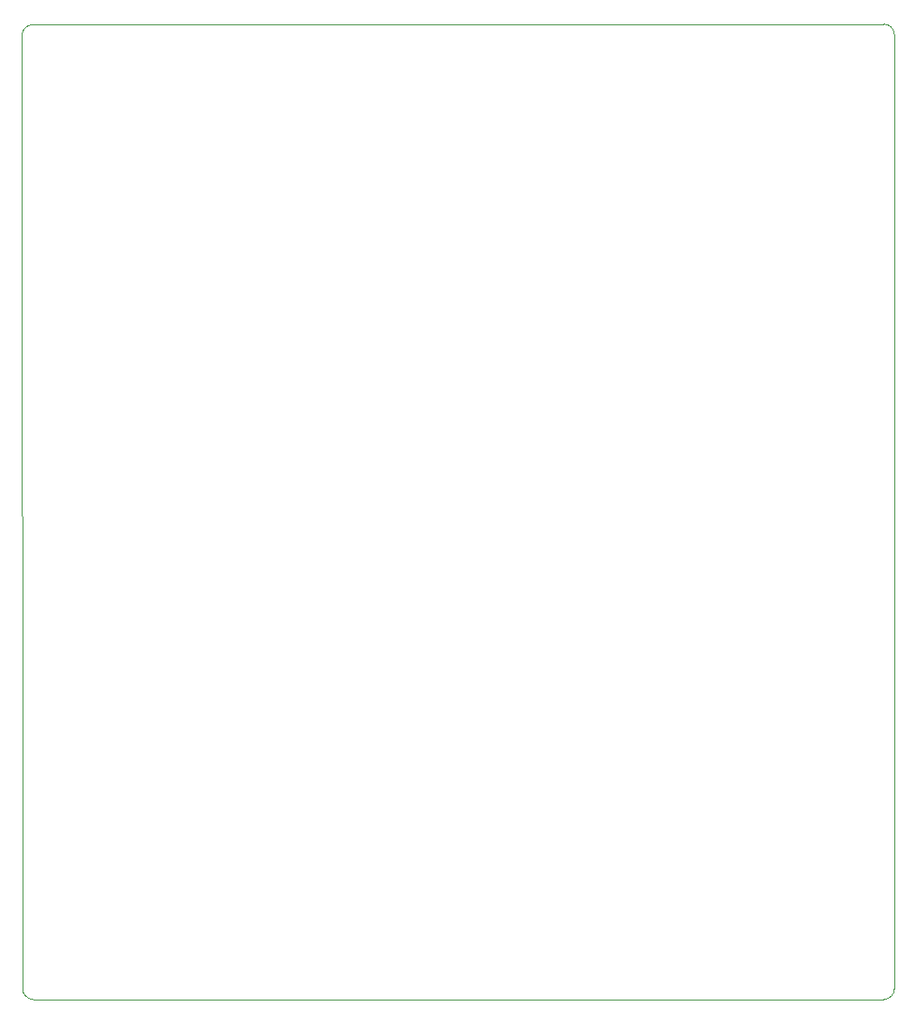
<source format=gbr>
%TF.GenerationSoftware,KiCad,Pcbnew,8.0.6*%
%TF.CreationDate,2024-12-22T02:50:07-05:00*%
%TF.ProjectId,accessory_test,61636365-7373-46f7-9279-5f746573742e,rev?*%
%TF.SameCoordinates,Original*%
%TF.FileFunction,Profile,NP*%
%FSLAX46Y46*%
G04 Gerber Fmt 4.6, Leading zero omitted, Abs format (unit mm)*
G04 Created by KiCad (PCBNEW 8.0.6) date 2024-12-22 02:50:07*
%MOMM*%
%LPD*%
G01*
G04 APERTURE LIST*
%TA.AperFunction,Profile*%
%ADD10C,0.050000*%
%TD*%
G04 APERTURE END LIST*
D10*
X85801756Y-45500727D02*
G75*
G02*
X86801128Y-44500156I1000044J527D01*
G01*
X86851444Y-135890000D02*
G75*
G02*
X85851400Y-134890556I-44J1000000D01*
G01*
X166640000Y-44450000D02*
G75*
G02*
X167640000Y-45450000I0J-1000000D01*
G01*
X167640000Y-134890000D02*
G75*
G02*
X166640000Y-135890000I-1000000J0D01*
G01*
X85851444Y-134890556D02*
X85801756Y-45500727D01*
X166640000Y-135890000D02*
X86851444Y-135890000D01*
X167640000Y-45450000D02*
X167640000Y-134890000D01*
X86801128Y-44500172D02*
X166640000Y-44450000D01*
M02*

</source>
